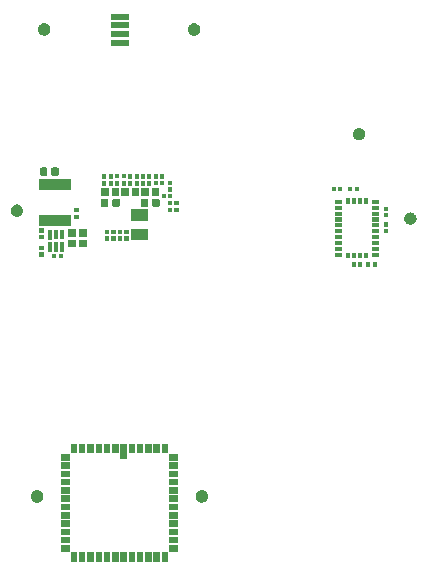
<source format=gbr>
G04 #@! TF.GenerationSoftware,KiCad,Pcbnew,(5.1.4)-1*
G04 #@! TF.CreationDate,2020-08-13T23:55:06-07:00*
G04 #@! TF.ProjectId,Kicad_LFOV_RigidFlex_Assembly,4b696361-645f-44c4-964f-565f52696769,rev?*
G04 #@! TF.SameCoordinates,Original*
G04 #@! TF.FileFunction,Soldermask,Bot*
G04 #@! TF.FilePolarity,Negative*
%FSLAX46Y46*%
G04 Gerber Fmt 4.6, Leading zero omitted, Abs format (unit mm)*
G04 Created by KiCad (PCBNEW (5.1.4)-1) date 2020-08-13 23:55:06*
%MOMM*%
%LPD*%
G04 APERTURE LIST*
%ADD10C,0.100000*%
G04 APERTURE END LIST*
D10*
G36*
X103556580Y-119369000D02*
G01*
X103005780Y-119369000D01*
X103005780Y-118578200D01*
X103556580Y-118578200D01*
X103556580Y-119369000D01*
X103556580Y-119369000D01*
G37*
G36*
X110556580Y-119369000D02*
G01*
X110005780Y-119369000D01*
X110005780Y-118578200D01*
X110556580Y-118578200D01*
X110556580Y-119369000D01*
X110556580Y-119369000D01*
G37*
G36*
X111256580Y-119369000D02*
G01*
X110705780Y-119369000D01*
X110705780Y-118578200D01*
X111256580Y-118578200D01*
X111256580Y-119369000D01*
X111256580Y-119369000D01*
G37*
G36*
X109856580Y-119369000D02*
G01*
X109305780Y-119369000D01*
X109305780Y-118578200D01*
X109856580Y-118578200D01*
X109856580Y-119369000D01*
X109856580Y-119369000D01*
G37*
G36*
X109156580Y-119369000D02*
G01*
X108605780Y-119369000D01*
X108605780Y-118578200D01*
X109156580Y-118578200D01*
X109156580Y-119369000D01*
X109156580Y-119369000D01*
G37*
G36*
X108456580Y-119369000D02*
G01*
X107905780Y-119369000D01*
X107905780Y-118578200D01*
X108456580Y-118578200D01*
X108456580Y-119369000D01*
X108456580Y-119369000D01*
G37*
G36*
X107756580Y-119369000D02*
G01*
X107205780Y-119369000D01*
X107205780Y-118578200D01*
X107756580Y-118578200D01*
X107756580Y-119369000D01*
X107756580Y-119369000D01*
G37*
G36*
X106356580Y-119369000D02*
G01*
X105805780Y-119369000D01*
X105805780Y-118578200D01*
X106356580Y-118578200D01*
X106356580Y-119369000D01*
X106356580Y-119369000D01*
G37*
G36*
X107056580Y-119369000D02*
G01*
X106505780Y-119369000D01*
X106505780Y-118578200D01*
X107056580Y-118578200D01*
X107056580Y-119369000D01*
X107056580Y-119369000D01*
G37*
G36*
X104256580Y-119369000D02*
G01*
X103705780Y-119369000D01*
X103705780Y-118578200D01*
X104256580Y-118578200D01*
X104256580Y-119369000D01*
X104256580Y-119369000D01*
G37*
G36*
X104956580Y-119369000D02*
G01*
X104405780Y-119369000D01*
X104405780Y-118578200D01*
X104956580Y-118578200D01*
X104956580Y-119369000D01*
X104956580Y-119369000D01*
G37*
G36*
X105656580Y-119369000D02*
G01*
X105105780Y-119369000D01*
X105105780Y-118578200D01*
X105656580Y-118578200D01*
X105656580Y-119369000D01*
X105656580Y-119369000D01*
G37*
G36*
X112111580Y-118514000D02*
G01*
X111320780Y-118514000D01*
X111320780Y-117963200D01*
X112111580Y-117963200D01*
X112111580Y-118514000D01*
X112111580Y-118514000D01*
G37*
G36*
X102941580Y-118514000D02*
G01*
X102150780Y-118514000D01*
X102150780Y-117963200D01*
X102941580Y-117963200D01*
X102941580Y-118514000D01*
X102941580Y-118514000D01*
G37*
G36*
X102941580Y-117814000D02*
G01*
X102150780Y-117814000D01*
X102150780Y-117263200D01*
X102941580Y-117263200D01*
X102941580Y-117814000D01*
X102941580Y-117814000D01*
G37*
G36*
X112111580Y-117814000D02*
G01*
X111320780Y-117814000D01*
X111320780Y-117263200D01*
X112111580Y-117263200D01*
X112111580Y-117814000D01*
X112111580Y-117814000D01*
G37*
G36*
X112111580Y-117114000D02*
G01*
X111320780Y-117114000D01*
X111320780Y-116563200D01*
X112111580Y-116563200D01*
X112111580Y-117114000D01*
X112111580Y-117114000D01*
G37*
G36*
X102941580Y-117114000D02*
G01*
X102150780Y-117114000D01*
X102150780Y-116563200D01*
X102941580Y-116563200D01*
X102941580Y-117114000D01*
X102941580Y-117114000D01*
G37*
G36*
X102941580Y-116414000D02*
G01*
X102150780Y-116414000D01*
X102150780Y-115863200D01*
X102941580Y-115863200D01*
X102941580Y-116414000D01*
X102941580Y-116414000D01*
G37*
G36*
X112111580Y-116414000D02*
G01*
X111320780Y-116414000D01*
X111320780Y-115863200D01*
X112111580Y-115863200D01*
X112111580Y-116414000D01*
X112111580Y-116414000D01*
G37*
G36*
X102941580Y-115714000D02*
G01*
X102150780Y-115714000D01*
X102150780Y-115163200D01*
X102941580Y-115163200D01*
X102941580Y-115714000D01*
X102941580Y-115714000D01*
G37*
G36*
X112111580Y-115714000D02*
G01*
X111320780Y-115714000D01*
X111320780Y-115163200D01*
X112111580Y-115163200D01*
X112111580Y-115714000D01*
X112111580Y-115714000D01*
G37*
G36*
X112111580Y-115014000D02*
G01*
X111320780Y-115014000D01*
X111320780Y-114463200D01*
X112111580Y-114463200D01*
X112111580Y-115014000D01*
X112111580Y-115014000D01*
G37*
G36*
X102941580Y-115014000D02*
G01*
X102150780Y-115014000D01*
X102150780Y-114463200D01*
X102941580Y-114463200D01*
X102941580Y-115014000D01*
X102941580Y-115014000D01*
G37*
G36*
X114253254Y-113328391D02*
G01*
X114348868Y-113367995D01*
X114383291Y-113390996D01*
X114434923Y-113425495D01*
X114508105Y-113498677D01*
X114542604Y-113550309D01*
X114565605Y-113584732D01*
X114605209Y-113680346D01*
X114625400Y-113781852D01*
X114625400Y-113885348D01*
X114605209Y-113986854D01*
X114565605Y-114082468D01*
X114542604Y-114116891D01*
X114508105Y-114168523D01*
X114434923Y-114241705D01*
X114383291Y-114276204D01*
X114348868Y-114299205D01*
X114253254Y-114338809D01*
X114151748Y-114359000D01*
X114048252Y-114359000D01*
X113946746Y-114338809D01*
X113851132Y-114299205D01*
X113816709Y-114276204D01*
X113765077Y-114241705D01*
X113691895Y-114168523D01*
X113657396Y-114116891D01*
X113634395Y-114082468D01*
X113594791Y-113986854D01*
X113574600Y-113885348D01*
X113574600Y-113781852D01*
X113594791Y-113680346D01*
X113634395Y-113584732D01*
X113657396Y-113550309D01*
X113691895Y-113498677D01*
X113765077Y-113425495D01*
X113816709Y-113390996D01*
X113851132Y-113367995D01*
X113946746Y-113328391D01*
X114048252Y-113308200D01*
X114151748Y-113308200D01*
X114253254Y-113328391D01*
X114253254Y-113328391D01*
G37*
G36*
X100306114Y-113328391D02*
G01*
X100401728Y-113367995D01*
X100436151Y-113390996D01*
X100487783Y-113425495D01*
X100560965Y-113498677D01*
X100595464Y-113550309D01*
X100618465Y-113584732D01*
X100658069Y-113680346D01*
X100678260Y-113781852D01*
X100678260Y-113885348D01*
X100658069Y-113986854D01*
X100618465Y-114082468D01*
X100595464Y-114116891D01*
X100560965Y-114168523D01*
X100487783Y-114241705D01*
X100436151Y-114276204D01*
X100401728Y-114299205D01*
X100306114Y-114338809D01*
X100204608Y-114359000D01*
X100101112Y-114359000D01*
X99999606Y-114338809D01*
X99903992Y-114299205D01*
X99869569Y-114276204D01*
X99817937Y-114241705D01*
X99744755Y-114168523D01*
X99710256Y-114116891D01*
X99687255Y-114082468D01*
X99647651Y-113986854D01*
X99627460Y-113885348D01*
X99627460Y-113781852D01*
X99647651Y-113680346D01*
X99687255Y-113584732D01*
X99710256Y-113550309D01*
X99744755Y-113498677D01*
X99817937Y-113425495D01*
X99869569Y-113390996D01*
X99903992Y-113367995D01*
X99999606Y-113328391D01*
X100101112Y-113308200D01*
X100204608Y-113308200D01*
X100306114Y-113328391D01*
X100306114Y-113328391D01*
G37*
G36*
X102941580Y-114314000D02*
G01*
X102150780Y-114314000D01*
X102150780Y-113763200D01*
X102941580Y-113763200D01*
X102941580Y-114314000D01*
X102941580Y-114314000D01*
G37*
G36*
X112111580Y-114314000D02*
G01*
X111320780Y-114314000D01*
X111320780Y-113763200D01*
X112111580Y-113763200D01*
X112111580Y-114314000D01*
X112111580Y-114314000D01*
G37*
G36*
X102941580Y-113614000D02*
G01*
X102150780Y-113614000D01*
X102150780Y-113063200D01*
X102941580Y-113063200D01*
X102941580Y-113614000D01*
X102941580Y-113614000D01*
G37*
G36*
X112111580Y-113614000D02*
G01*
X111320780Y-113614000D01*
X111320780Y-113063200D01*
X112111580Y-113063200D01*
X112111580Y-113614000D01*
X112111580Y-113614000D01*
G37*
G36*
X112111580Y-112914000D02*
G01*
X111320780Y-112914000D01*
X111320780Y-112363200D01*
X112111580Y-112363200D01*
X112111580Y-112914000D01*
X112111580Y-112914000D01*
G37*
G36*
X102941580Y-112914000D02*
G01*
X102150780Y-112914000D01*
X102150780Y-112363200D01*
X102941580Y-112363200D01*
X102941580Y-112914000D01*
X102941580Y-112914000D01*
G37*
G36*
X102941580Y-112214000D02*
G01*
X102150780Y-112214000D01*
X102150780Y-111663200D01*
X102941580Y-111663200D01*
X102941580Y-112214000D01*
X102941580Y-112214000D01*
G37*
G36*
X112111580Y-112214000D02*
G01*
X111320780Y-112214000D01*
X111320780Y-111663200D01*
X112111580Y-111663200D01*
X112111580Y-112214000D01*
X112111580Y-112214000D01*
G37*
G36*
X112111580Y-111514000D02*
G01*
X111320780Y-111514000D01*
X111320780Y-110963200D01*
X112111580Y-110963200D01*
X112111580Y-111514000D01*
X112111580Y-111514000D01*
G37*
G36*
X102941580Y-111514000D02*
G01*
X102150780Y-111514000D01*
X102150780Y-110963200D01*
X102941580Y-110963200D01*
X102941580Y-111514000D01*
X102941580Y-111514000D01*
G37*
G36*
X112111580Y-110814000D02*
G01*
X111320780Y-110814000D01*
X111320780Y-110263200D01*
X112111580Y-110263200D01*
X112111580Y-110814000D01*
X112111580Y-110814000D01*
G37*
G36*
X102941580Y-110814000D02*
G01*
X102150780Y-110814000D01*
X102150780Y-110263200D01*
X102941580Y-110263200D01*
X102941580Y-110814000D01*
X102941580Y-110814000D01*
G37*
G36*
X107756580Y-110707000D02*
G01*
X107205780Y-110707000D01*
X107205780Y-109408200D01*
X107756580Y-109408200D01*
X107756580Y-110707000D01*
X107756580Y-110707000D01*
G37*
G36*
X103556580Y-110199000D02*
G01*
X103005780Y-110199000D01*
X103005780Y-109408200D01*
X103556580Y-109408200D01*
X103556580Y-110199000D01*
X103556580Y-110199000D01*
G37*
G36*
X104256580Y-110199000D02*
G01*
X103705780Y-110199000D01*
X103705780Y-109408200D01*
X104256580Y-109408200D01*
X104256580Y-110199000D01*
X104256580Y-110199000D01*
G37*
G36*
X104956580Y-110199000D02*
G01*
X104405780Y-110199000D01*
X104405780Y-109408200D01*
X104956580Y-109408200D01*
X104956580Y-110199000D01*
X104956580Y-110199000D01*
G37*
G36*
X105656580Y-110199000D02*
G01*
X105105780Y-110199000D01*
X105105780Y-109408200D01*
X105656580Y-109408200D01*
X105656580Y-110199000D01*
X105656580Y-110199000D01*
G37*
G36*
X106356580Y-110199000D02*
G01*
X105805780Y-110199000D01*
X105805780Y-109408200D01*
X106356580Y-109408200D01*
X106356580Y-110199000D01*
X106356580Y-110199000D01*
G37*
G36*
X108456580Y-110199000D02*
G01*
X107905780Y-110199000D01*
X107905780Y-109408200D01*
X108456580Y-109408200D01*
X108456580Y-110199000D01*
X108456580Y-110199000D01*
G37*
G36*
X107056580Y-110199000D02*
G01*
X106505780Y-110199000D01*
X106505780Y-109408200D01*
X107056580Y-109408200D01*
X107056580Y-110199000D01*
X107056580Y-110199000D01*
G37*
G36*
X111256580Y-110199000D02*
G01*
X110705780Y-110199000D01*
X110705780Y-109408200D01*
X111256580Y-109408200D01*
X111256580Y-110199000D01*
X111256580Y-110199000D01*
G37*
G36*
X109156580Y-110199000D02*
G01*
X108605780Y-110199000D01*
X108605780Y-109408200D01*
X109156580Y-109408200D01*
X109156580Y-110199000D01*
X109156580Y-110199000D01*
G37*
G36*
X109856580Y-110199000D02*
G01*
X109305780Y-110199000D01*
X109305780Y-109408200D01*
X109856580Y-109408200D01*
X109856580Y-110199000D01*
X109856580Y-110199000D01*
G37*
G36*
X110556580Y-110199000D02*
G01*
X110005780Y-110199000D01*
X110005780Y-109408200D01*
X110556580Y-109408200D01*
X110556580Y-110199000D01*
X110556580Y-110199000D01*
G37*
G36*
X127699900Y-94382100D02*
G01*
X127339100Y-94382100D01*
X127339100Y-93991300D01*
X127699900Y-93991300D01*
X127699900Y-94382100D01*
X127699900Y-94382100D01*
G37*
G36*
X127149900Y-94382100D02*
G01*
X126789100Y-94382100D01*
X126789100Y-93991300D01*
X127149900Y-93991300D01*
X127149900Y-94382100D01*
X127149900Y-94382100D01*
G37*
G36*
X128924180Y-94379560D02*
G01*
X128563380Y-94379560D01*
X128563380Y-93988760D01*
X128924180Y-93988760D01*
X128924180Y-94379560D01*
X128924180Y-94379560D01*
G37*
G36*
X128374180Y-94379560D02*
G01*
X128013380Y-94379560D01*
X128013380Y-93988760D01*
X128374180Y-93988760D01*
X128374180Y-94379560D01*
X128374180Y-94379560D01*
G37*
G36*
X127173100Y-93697680D02*
G01*
X126822300Y-93697680D01*
X126822300Y-93221880D01*
X127173100Y-93221880D01*
X127173100Y-93697680D01*
X127173100Y-93697680D01*
G37*
G36*
X128173100Y-93697680D02*
G01*
X127822300Y-93697680D01*
X127822300Y-93221880D01*
X128173100Y-93221880D01*
X128173100Y-93697680D01*
X128173100Y-93697680D01*
G37*
G36*
X126673100Y-93697680D02*
G01*
X126322300Y-93697680D01*
X126322300Y-93221880D01*
X126673100Y-93221880D01*
X126673100Y-93697680D01*
X126673100Y-93697680D01*
G37*
G36*
X127673100Y-93697680D02*
G01*
X127322300Y-93697680D01*
X127322300Y-93221880D01*
X127673100Y-93221880D01*
X127673100Y-93697680D01*
X127673100Y-93697680D01*
G37*
G36*
X101793080Y-93696300D02*
G01*
X101432280Y-93696300D01*
X101432280Y-93305500D01*
X101793080Y-93305500D01*
X101793080Y-93696300D01*
X101793080Y-93696300D01*
G37*
G36*
X102343080Y-93696300D02*
G01*
X101982280Y-93696300D01*
X101982280Y-93305500D01*
X102343080Y-93305500D01*
X102343080Y-93696300D01*
X102343080Y-93696300D01*
G37*
G36*
X129098100Y-93572680D02*
G01*
X128522300Y-93572680D01*
X128522300Y-93221880D01*
X129098100Y-93221880D01*
X129098100Y-93572680D01*
X129098100Y-93572680D01*
G37*
G36*
X125973100Y-93572680D02*
G01*
X125397300Y-93572680D01*
X125397300Y-93221880D01*
X125973100Y-93221880D01*
X125973100Y-93572680D01*
X125973100Y-93572680D01*
G37*
G36*
X100736880Y-93549900D02*
G01*
X100346080Y-93549900D01*
X100346080Y-93189100D01*
X100736880Y-93189100D01*
X100736880Y-93549900D01*
X100736880Y-93549900D01*
G37*
G36*
X101395680Y-93130900D02*
G01*
X101074880Y-93130900D01*
X101074880Y-92340100D01*
X101395680Y-92340100D01*
X101395680Y-93130900D01*
X101395680Y-93130900D01*
G37*
G36*
X101895680Y-93130900D02*
G01*
X101574880Y-93130900D01*
X101574880Y-92340100D01*
X101895680Y-92340100D01*
X101895680Y-93130900D01*
X101895680Y-93130900D01*
G37*
G36*
X102395680Y-93130900D02*
G01*
X102074880Y-93130900D01*
X102074880Y-92340100D01*
X102395680Y-92340100D01*
X102395680Y-93130900D01*
X102395680Y-93130900D01*
G37*
G36*
X129098100Y-93072680D02*
G01*
X128522300Y-93072680D01*
X128522300Y-92721880D01*
X129098100Y-92721880D01*
X129098100Y-93072680D01*
X129098100Y-93072680D01*
G37*
G36*
X125973100Y-93072680D02*
G01*
X125397300Y-93072680D01*
X125397300Y-92721880D01*
X125973100Y-92721880D01*
X125973100Y-93072680D01*
X125973100Y-93072680D01*
G37*
G36*
X100736880Y-92999900D02*
G01*
X100346080Y-92999900D01*
X100346080Y-92639100D01*
X100736880Y-92639100D01*
X100736880Y-92999900D01*
X100736880Y-92999900D01*
G37*
G36*
X103472680Y-92737300D02*
G01*
X102791880Y-92737300D01*
X102791880Y-92106500D01*
X103472680Y-92106500D01*
X103472680Y-92737300D01*
X103472680Y-92737300D01*
G37*
G36*
X104361680Y-92737300D02*
G01*
X103680880Y-92737300D01*
X103680880Y-92106500D01*
X104361680Y-92106500D01*
X104361680Y-92737300D01*
X104361680Y-92737300D01*
G37*
G36*
X129098100Y-92572680D02*
G01*
X128522300Y-92572680D01*
X128522300Y-92221880D01*
X129098100Y-92221880D01*
X129098100Y-92572680D01*
X129098100Y-92572680D01*
G37*
G36*
X125973100Y-92572680D02*
G01*
X125397300Y-92572680D01*
X125397300Y-92221880D01*
X125973100Y-92221880D01*
X125973100Y-92572680D01*
X125973100Y-92572680D01*
G37*
G36*
X106813480Y-92197700D02*
G01*
X106452680Y-92197700D01*
X106452680Y-91806900D01*
X106813480Y-91806900D01*
X106813480Y-92197700D01*
X106813480Y-92197700D01*
G37*
G36*
X107905680Y-92197700D02*
G01*
X107544880Y-92197700D01*
X107544880Y-91806900D01*
X107905680Y-91806900D01*
X107905680Y-92197700D01*
X107905680Y-92197700D01*
G37*
G36*
X106263480Y-92197700D02*
G01*
X105902680Y-92197700D01*
X105902680Y-91806900D01*
X106263480Y-91806900D01*
X106263480Y-92197700D01*
X106263480Y-92197700D01*
G37*
G36*
X107355680Y-92197700D02*
G01*
X106994880Y-92197700D01*
X106994880Y-91806900D01*
X107355680Y-91806900D01*
X107355680Y-92197700D01*
X107355680Y-92197700D01*
G37*
G36*
X109507280Y-92162500D02*
G01*
X108136480Y-92162500D01*
X108136480Y-91181700D01*
X109507280Y-91181700D01*
X109507280Y-92162500D01*
X109507280Y-92162500D01*
G37*
G36*
X101395680Y-92150900D02*
G01*
X101074880Y-92150900D01*
X101074880Y-91280100D01*
X101395680Y-91280100D01*
X101395680Y-92150900D01*
X101395680Y-92150900D01*
G37*
G36*
X125973100Y-92072680D02*
G01*
X125397300Y-92072680D01*
X125397300Y-91721880D01*
X125973100Y-91721880D01*
X125973100Y-92072680D01*
X125973100Y-92072680D01*
G37*
G36*
X129098100Y-92072680D02*
G01*
X128522300Y-92072680D01*
X128522300Y-91721880D01*
X129098100Y-91721880D01*
X129098100Y-92072680D01*
X129098100Y-92072680D01*
G37*
G36*
X101895680Y-92070900D02*
G01*
X101574880Y-92070900D01*
X101574880Y-91280100D01*
X101895680Y-91280100D01*
X101895680Y-92070900D01*
X101895680Y-92070900D01*
G37*
G36*
X102395680Y-92070900D02*
G01*
X102074880Y-92070900D01*
X102074880Y-91280100D01*
X102395680Y-91280100D01*
X102395680Y-92070900D01*
X102395680Y-92070900D01*
G37*
G36*
X100736880Y-92051300D02*
G01*
X100346080Y-92051300D01*
X100346080Y-91690500D01*
X100736880Y-91690500D01*
X100736880Y-92051300D01*
X100736880Y-92051300D01*
G37*
G36*
X103472680Y-91847300D02*
G01*
X102791880Y-91847300D01*
X102791880Y-91216500D01*
X103472680Y-91216500D01*
X103472680Y-91847300D01*
X103472680Y-91847300D01*
G37*
G36*
X104361680Y-91847300D02*
G01*
X103680880Y-91847300D01*
X103680880Y-91216500D01*
X104361680Y-91216500D01*
X104361680Y-91847300D01*
X104361680Y-91847300D01*
G37*
G36*
X107355680Y-91638900D02*
G01*
X106994880Y-91638900D01*
X106994880Y-91248100D01*
X107355680Y-91248100D01*
X107355680Y-91638900D01*
X107355680Y-91638900D01*
G37*
G36*
X107905680Y-91638900D02*
G01*
X107544880Y-91638900D01*
X107544880Y-91248100D01*
X107905680Y-91248100D01*
X107905680Y-91638900D01*
X107905680Y-91638900D01*
G37*
G36*
X106259080Y-91638900D02*
G01*
X105898280Y-91638900D01*
X105898280Y-91248100D01*
X106259080Y-91248100D01*
X106259080Y-91638900D01*
X106259080Y-91638900D01*
G37*
G36*
X106809080Y-91638900D02*
G01*
X106448280Y-91638900D01*
X106448280Y-91248100D01*
X106809080Y-91248100D01*
X106809080Y-91638900D01*
X106809080Y-91638900D01*
G37*
G36*
X129098100Y-91572680D02*
G01*
X128522300Y-91572680D01*
X128522300Y-91221880D01*
X129098100Y-91221880D01*
X129098100Y-91572680D01*
X129098100Y-91572680D01*
G37*
G36*
X125973100Y-91572680D02*
G01*
X125397300Y-91572680D01*
X125397300Y-91221880D01*
X125973100Y-91221880D01*
X125973100Y-91572680D01*
X125973100Y-91572680D01*
G37*
G36*
X129901160Y-91561080D02*
G01*
X129510360Y-91561080D01*
X129510360Y-91200280D01*
X129901160Y-91200280D01*
X129901160Y-91561080D01*
X129901160Y-91561080D01*
G37*
G36*
X100736880Y-91501300D02*
G01*
X100346080Y-91501300D01*
X100346080Y-91140500D01*
X100736880Y-91140500D01*
X100736880Y-91501300D01*
X100736880Y-91501300D01*
G37*
G36*
X129098100Y-91072680D02*
G01*
X128522300Y-91072680D01*
X128522300Y-90721880D01*
X129098100Y-90721880D01*
X129098100Y-91072680D01*
X129098100Y-91072680D01*
G37*
G36*
X125973100Y-91072680D02*
G01*
X125397300Y-91072680D01*
X125397300Y-90721880D01*
X125973100Y-90721880D01*
X125973100Y-91072680D01*
X125973100Y-91072680D01*
G37*
G36*
X129901160Y-91011080D02*
G01*
X129510360Y-91011080D01*
X129510360Y-90650280D01*
X129901160Y-90650280D01*
X129901160Y-91011080D01*
X129901160Y-91011080D01*
G37*
G36*
X103019880Y-90965100D02*
G01*
X100349080Y-90965100D01*
X100349080Y-90044300D01*
X103019880Y-90044300D01*
X103019880Y-90965100D01*
X103019880Y-90965100D01*
G37*
G36*
X131913874Y-89810531D02*
G01*
X132009488Y-89850135D01*
X132030597Y-89864240D01*
X132095543Y-89907635D01*
X132168725Y-89980817D01*
X132203224Y-90032449D01*
X132226225Y-90066872D01*
X132265829Y-90162486D01*
X132286020Y-90263992D01*
X132286020Y-90367488D01*
X132265829Y-90468994D01*
X132226225Y-90564608D01*
X132220831Y-90572680D01*
X132168725Y-90650663D01*
X132095543Y-90723845D01*
X132043911Y-90758344D01*
X132009488Y-90781345D01*
X131913874Y-90820949D01*
X131812368Y-90841140D01*
X131708872Y-90841140D01*
X131607366Y-90820949D01*
X131511752Y-90781345D01*
X131477329Y-90758344D01*
X131425697Y-90723845D01*
X131352515Y-90650663D01*
X131300409Y-90572680D01*
X131295015Y-90564608D01*
X131255411Y-90468994D01*
X131235220Y-90367488D01*
X131235220Y-90263992D01*
X131255411Y-90162486D01*
X131295015Y-90066872D01*
X131318016Y-90032449D01*
X131352515Y-89980817D01*
X131425697Y-89907635D01*
X131490643Y-89864240D01*
X131511752Y-89850135D01*
X131607366Y-89810531D01*
X131708872Y-89790340D01*
X131812368Y-89790340D01*
X131913874Y-89810531D01*
X131913874Y-89810531D01*
G37*
G36*
X125973100Y-90572680D02*
G01*
X125397300Y-90572680D01*
X125397300Y-90221880D01*
X125973100Y-90221880D01*
X125973100Y-90572680D01*
X125973100Y-90572680D01*
G37*
G36*
X129098100Y-90572680D02*
G01*
X128522300Y-90572680D01*
X128522300Y-90221880D01*
X129098100Y-90221880D01*
X129098100Y-90572680D01*
X129098100Y-90572680D01*
G37*
G36*
X109507280Y-90522500D02*
G01*
X108136480Y-90522500D01*
X108136480Y-89541700D01*
X109507280Y-89541700D01*
X109507280Y-90522500D01*
X109507280Y-90522500D01*
G37*
G36*
X103665500Y-90349500D02*
G01*
X103274700Y-90349500D01*
X103274700Y-89988700D01*
X103665500Y-89988700D01*
X103665500Y-90349500D01*
X103665500Y-90349500D01*
G37*
G36*
X129899400Y-90225040D02*
G01*
X129508600Y-90225040D01*
X129508600Y-89864240D01*
X129899400Y-89864240D01*
X129899400Y-90225040D01*
X129899400Y-90225040D01*
G37*
G36*
X98609394Y-89129811D02*
G01*
X98705008Y-89169415D01*
X98732536Y-89187809D01*
X98791063Y-89226915D01*
X98864245Y-89300097D01*
X98880951Y-89325100D01*
X98921745Y-89386152D01*
X98961349Y-89481766D01*
X98981540Y-89583272D01*
X98981540Y-89686768D01*
X98961349Y-89788274D01*
X98921745Y-89883888D01*
X98898744Y-89918311D01*
X98864245Y-89969943D01*
X98791063Y-90043125D01*
X98746830Y-90072680D01*
X98705008Y-90100625D01*
X98609394Y-90140229D01*
X98507888Y-90160420D01*
X98404392Y-90160420D01*
X98302886Y-90140229D01*
X98207272Y-90100625D01*
X98165450Y-90072680D01*
X98121217Y-90043125D01*
X98048035Y-89969943D01*
X98013536Y-89918311D01*
X97990535Y-89883888D01*
X97950931Y-89788274D01*
X97930740Y-89686768D01*
X97930740Y-89583272D01*
X97950931Y-89481766D01*
X97990535Y-89386152D01*
X98031329Y-89325100D01*
X98048035Y-89300097D01*
X98121217Y-89226915D01*
X98179744Y-89187809D01*
X98207272Y-89169415D01*
X98302886Y-89129811D01*
X98404392Y-89109620D01*
X98507888Y-89109620D01*
X98609394Y-89129811D01*
X98609394Y-89129811D01*
G37*
G36*
X129098100Y-90072680D02*
G01*
X128522300Y-90072680D01*
X128522300Y-89721880D01*
X129098100Y-89721880D01*
X129098100Y-90072680D01*
X129098100Y-90072680D01*
G37*
G36*
X125973100Y-90072680D02*
G01*
X125397300Y-90072680D01*
X125397300Y-89721880D01*
X125973100Y-89721880D01*
X125973100Y-90072680D01*
X125973100Y-90072680D01*
G37*
G36*
X103665500Y-89799500D02*
G01*
X103274700Y-89799500D01*
X103274700Y-89438700D01*
X103665500Y-89438700D01*
X103665500Y-89799500D01*
X103665500Y-89799500D01*
G37*
G36*
X111597480Y-89784700D02*
G01*
X111236680Y-89784700D01*
X111236680Y-89393900D01*
X111597480Y-89393900D01*
X111597480Y-89784700D01*
X111597480Y-89784700D01*
G37*
G36*
X112147480Y-89784700D02*
G01*
X111786680Y-89784700D01*
X111786680Y-89393900D01*
X112147480Y-89393900D01*
X112147480Y-89784700D01*
X112147480Y-89784700D01*
G37*
G36*
X129899400Y-89675040D02*
G01*
X129508600Y-89675040D01*
X129508600Y-89314240D01*
X129899400Y-89314240D01*
X129899400Y-89675040D01*
X129899400Y-89675040D01*
G37*
G36*
X129098100Y-89572680D02*
G01*
X128522300Y-89572680D01*
X128522300Y-89221880D01*
X129098100Y-89221880D01*
X129098100Y-89572680D01*
X129098100Y-89572680D01*
G37*
G36*
X125973100Y-89572680D02*
G01*
X125397300Y-89572680D01*
X125397300Y-89221880D01*
X125973100Y-89221880D01*
X125973100Y-89572680D01*
X125973100Y-89572680D01*
G37*
G36*
X106084930Y-88637131D02*
G01*
X106110168Y-88644787D01*
X106133435Y-88657223D01*
X106153824Y-88673956D01*
X106170557Y-88694345D01*
X106182993Y-88717612D01*
X106190649Y-88742850D01*
X106193480Y-88771591D01*
X106193480Y-89187809D01*
X106190649Y-89216550D01*
X106182993Y-89241788D01*
X106170557Y-89265055D01*
X106153824Y-89285444D01*
X106133435Y-89302177D01*
X106110168Y-89314613D01*
X106084930Y-89322269D01*
X106056189Y-89325100D01*
X105689971Y-89325100D01*
X105661230Y-89322269D01*
X105635992Y-89314613D01*
X105612725Y-89302177D01*
X105592336Y-89285444D01*
X105575603Y-89265055D01*
X105563167Y-89241788D01*
X105555511Y-89216550D01*
X105552680Y-89187809D01*
X105552680Y-88771591D01*
X105555511Y-88742850D01*
X105563167Y-88717612D01*
X105575603Y-88694345D01*
X105592336Y-88673956D01*
X105612725Y-88657223D01*
X105635992Y-88644787D01*
X105661230Y-88637131D01*
X105689971Y-88634300D01*
X106056189Y-88634300D01*
X106084930Y-88637131D01*
X106084930Y-88637131D01*
G37*
G36*
X107054930Y-88637131D02*
G01*
X107080168Y-88644787D01*
X107103435Y-88657223D01*
X107123824Y-88673956D01*
X107140557Y-88694345D01*
X107152993Y-88717612D01*
X107160649Y-88742850D01*
X107163480Y-88771591D01*
X107163480Y-89187809D01*
X107160649Y-89216550D01*
X107152993Y-89241788D01*
X107140557Y-89265055D01*
X107123824Y-89285444D01*
X107103435Y-89302177D01*
X107080168Y-89314613D01*
X107054930Y-89322269D01*
X107026189Y-89325100D01*
X106659971Y-89325100D01*
X106631230Y-89322269D01*
X106605992Y-89314613D01*
X106582725Y-89302177D01*
X106562336Y-89285444D01*
X106545603Y-89265055D01*
X106533167Y-89241788D01*
X106525511Y-89216550D01*
X106522680Y-89187809D01*
X106522680Y-88771591D01*
X106525511Y-88742850D01*
X106533167Y-88717612D01*
X106545603Y-88694345D01*
X106562336Y-88673956D01*
X106582725Y-88657223D01*
X106605992Y-88644787D01*
X106631230Y-88637131D01*
X106659971Y-88634300D01*
X107026189Y-88634300D01*
X107054930Y-88637131D01*
X107054930Y-88637131D01*
G37*
G36*
X109463130Y-88637131D02*
G01*
X109488368Y-88644787D01*
X109511635Y-88657223D01*
X109532024Y-88673956D01*
X109548757Y-88694345D01*
X109561193Y-88717612D01*
X109568849Y-88742850D01*
X109571680Y-88771591D01*
X109571680Y-89187809D01*
X109568849Y-89216550D01*
X109561193Y-89241788D01*
X109548757Y-89265055D01*
X109532024Y-89285444D01*
X109511635Y-89302177D01*
X109488368Y-89314613D01*
X109463130Y-89322269D01*
X109434389Y-89325100D01*
X109068171Y-89325100D01*
X109039430Y-89322269D01*
X109014192Y-89314613D01*
X108990925Y-89302177D01*
X108970536Y-89285444D01*
X108953803Y-89265055D01*
X108941367Y-89241788D01*
X108933711Y-89216550D01*
X108930880Y-89187809D01*
X108930880Y-88771591D01*
X108933711Y-88742850D01*
X108941367Y-88717612D01*
X108953803Y-88694345D01*
X108970536Y-88673956D01*
X108990925Y-88657223D01*
X109014192Y-88644787D01*
X109039430Y-88637131D01*
X109068171Y-88634300D01*
X109434389Y-88634300D01*
X109463130Y-88637131D01*
X109463130Y-88637131D01*
G37*
G36*
X110433130Y-88637131D02*
G01*
X110458368Y-88644787D01*
X110481635Y-88657223D01*
X110502024Y-88673956D01*
X110518757Y-88694345D01*
X110531193Y-88717612D01*
X110538849Y-88742850D01*
X110541680Y-88771591D01*
X110541680Y-89187809D01*
X110538849Y-89216550D01*
X110531193Y-89241788D01*
X110518757Y-89265055D01*
X110502024Y-89285444D01*
X110481635Y-89302177D01*
X110458368Y-89314613D01*
X110433130Y-89322269D01*
X110404389Y-89325100D01*
X110038171Y-89325100D01*
X110009430Y-89322269D01*
X109984192Y-89314613D01*
X109960925Y-89302177D01*
X109940536Y-89285444D01*
X109923803Y-89265055D01*
X109911367Y-89241788D01*
X109903711Y-89216550D01*
X109900880Y-89187809D01*
X109900880Y-88771591D01*
X109903711Y-88742850D01*
X109911367Y-88717612D01*
X109923803Y-88694345D01*
X109940536Y-88673956D01*
X109960925Y-88657223D01*
X109984192Y-88644787D01*
X110009430Y-88637131D01*
X110038171Y-88634300D01*
X110404389Y-88634300D01*
X110433130Y-88637131D01*
X110433130Y-88637131D01*
G37*
G36*
X111597480Y-89200500D02*
G01*
X111236680Y-89200500D01*
X111236680Y-88809700D01*
X111597480Y-88809700D01*
X111597480Y-89200500D01*
X111597480Y-89200500D01*
G37*
G36*
X112147480Y-89200500D02*
G01*
X111786680Y-89200500D01*
X111786680Y-88809700D01*
X112147480Y-88809700D01*
X112147480Y-89200500D01*
X112147480Y-89200500D01*
G37*
G36*
X127673100Y-89072680D02*
G01*
X127322300Y-89072680D01*
X127322300Y-88596880D01*
X127673100Y-88596880D01*
X127673100Y-89072680D01*
X127673100Y-89072680D01*
G37*
G36*
X128173100Y-89072680D02*
G01*
X127822300Y-89072680D01*
X127822300Y-88596880D01*
X128173100Y-88596880D01*
X128173100Y-89072680D01*
X128173100Y-89072680D01*
G37*
G36*
X129098100Y-89072680D02*
G01*
X128522300Y-89072680D01*
X128522300Y-88721880D01*
X129098100Y-88721880D01*
X129098100Y-89072680D01*
X129098100Y-89072680D01*
G37*
G36*
X127173100Y-89072680D02*
G01*
X126822300Y-89072680D01*
X126822300Y-88596880D01*
X127173100Y-88596880D01*
X127173100Y-89072680D01*
X127173100Y-89072680D01*
G37*
G36*
X126673100Y-89072680D02*
G01*
X126322300Y-89072680D01*
X126322300Y-88596880D01*
X126673100Y-88596880D01*
X126673100Y-89072680D01*
X126673100Y-89072680D01*
G37*
G36*
X125973100Y-89072680D02*
G01*
X125397300Y-89072680D01*
X125397300Y-88721880D01*
X125973100Y-88721880D01*
X125973100Y-89072680D01*
X125973100Y-89072680D01*
G37*
G36*
X111064080Y-88616300D02*
G01*
X110703280Y-88616300D01*
X110703280Y-88225500D01*
X111064080Y-88225500D01*
X111064080Y-88616300D01*
X111064080Y-88616300D01*
G37*
G36*
X111614080Y-88616300D02*
G01*
X111253280Y-88616300D01*
X111253280Y-88225500D01*
X111614080Y-88225500D01*
X111614080Y-88616300D01*
X111614080Y-88616300D01*
G37*
G36*
X107930280Y-88431100D02*
G01*
X107299480Y-88431100D01*
X107299480Y-87750300D01*
X107930280Y-87750300D01*
X107930280Y-88431100D01*
X107930280Y-88431100D01*
G37*
G36*
X107118480Y-88431100D02*
G01*
X106487680Y-88431100D01*
X106487680Y-87750300D01*
X107118480Y-87750300D01*
X107118480Y-88431100D01*
X107118480Y-88431100D01*
G37*
G36*
X108820280Y-88431100D02*
G01*
X108189480Y-88431100D01*
X108189480Y-87750300D01*
X108820280Y-87750300D01*
X108820280Y-88431100D01*
X108820280Y-88431100D01*
G37*
G36*
X106228480Y-88431100D02*
G01*
X105597680Y-88431100D01*
X105597680Y-87750300D01*
X106228480Y-87750300D01*
X106228480Y-88431100D01*
X106228480Y-88431100D01*
G37*
G36*
X110496680Y-88405700D02*
G01*
X109865880Y-88405700D01*
X109865880Y-87724900D01*
X110496680Y-87724900D01*
X110496680Y-88405700D01*
X110496680Y-88405700D01*
G37*
G36*
X109606680Y-88405700D02*
G01*
X108975880Y-88405700D01*
X108975880Y-87724900D01*
X109606680Y-87724900D01*
X109606680Y-88405700D01*
X109606680Y-88405700D01*
G37*
G36*
X111623320Y-88043180D02*
G01*
X111232520Y-88043180D01*
X111232520Y-87682380D01*
X111623320Y-87682380D01*
X111623320Y-88043180D01*
X111623320Y-88043180D01*
G37*
G36*
X125462140Y-88020360D02*
G01*
X125101340Y-88020360D01*
X125101340Y-87629560D01*
X125462140Y-87629560D01*
X125462140Y-88020360D01*
X125462140Y-88020360D01*
G37*
G36*
X126012140Y-88020360D02*
G01*
X125651340Y-88020360D01*
X125651340Y-87629560D01*
X126012140Y-87629560D01*
X126012140Y-88020360D01*
X126012140Y-88020360D01*
G37*
G36*
X127403380Y-88015280D02*
G01*
X127042580Y-88015280D01*
X127042580Y-87624480D01*
X127403380Y-87624480D01*
X127403380Y-88015280D01*
X127403380Y-88015280D01*
G37*
G36*
X126853380Y-88015280D02*
G01*
X126492580Y-88015280D01*
X126492580Y-87624480D01*
X126853380Y-87624480D01*
X126853380Y-88015280D01*
X126853380Y-88015280D01*
G37*
G36*
X103019880Y-87915100D02*
G01*
X100349080Y-87915100D01*
X100349080Y-86994300D01*
X103019880Y-86994300D01*
X103019880Y-87915100D01*
X103019880Y-87915100D01*
G37*
G36*
X106034880Y-87524100D02*
G01*
X105674080Y-87524100D01*
X105674080Y-87133300D01*
X106034880Y-87133300D01*
X106034880Y-87524100D01*
X106034880Y-87524100D01*
G37*
G36*
X108219280Y-87524100D02*
G01*
X107858480Y-87524100D01*
X107858480Y-87133300D01*
X108219280Y-87133300D01*
X108219280Y-87524100D01*
X108219280Y-87524100D01*
G37*
G36*
X108769280Y-87524100D02*
G01*
X108408480Y-87524100D01*
X108408480Y-87133300D01*
X108769280Y-87133300D01*
X108769280Y-87524100D01*
X108769280Y-87524100D01*
G37*
G36*
X109286080Y-87524100D02*
G01*
X108925280Y-87524100D01*
X108925280Y-87133300D01*
X109286080Y-87133300D01*
X109286080Y-87524100D01*
X109286080Y-87524100D01*
G37*
G36*
X107127080Y-87524100D02*
G01*
X106766280Y-87524100D01*
X106766280Y-87133300D01*
X107127080Y-87133300D01*
X107127080Y-87524100D01*
X107127080Y-87524100D01*
G37*
G36*
X107677080Y-87524100D02*
G01*
X107316280Y-87524100D01*
X107316280Y-87133300D01*
X107677080Y-87133300D01*
X107677080Y-87524100D01*
X107677080Y-87524100D01*
G37*
G36*
X109836080Y-87524100D02*
G01*
X109475280Y-87524100D01*
X109475280Y-87133300D01*
X109836080Y-87133300D01*
X109836080Y-87524100D01*
X109836080Y-87524100D01*
G37*
G36*
X106584880Y-87524100D02*
G01*
X106224080Y-87524100D01*
X106224080Y-87133300D01*
X106584880Y-87133300D01*
X106584880Y-87524100D01*
X106584880Y-87524100D01*
G37*
G36*
X110928280Y-87498700D02*
G01*
X110567480Y-87498700D01*
X110567480Y-87107900D01*
X110928280Y-87107900D01*
X110928280Y-87498700D01*
X110928280Y-87498700D01*
G37*
G36*
X110378280Y-87498700D02*
G01*
X110017480Y-87498700D01*
X110017480Y-87107900D01*
X110378280Y-87107900D01*
X110378280Y-87498700D01*
X110378280Y-87498700D01*
G37*
G36*
X111623320Y-87493180D02*
G01*
X111232520Y-87493180D01*
X111232520Y-87132380D01*
X111623320Y-87132380D01*
X111623320Y-87493180D01*
X111623320Y-87493180D01*
G37*
G36*
X109836080Y-86965300D02*
G01*
X109475280Y-86965300D01*
X109475280Y-86574500D01*
X109836080Y-86574500D01*
X109836080Y-86965300D01*
X109836080Y-86965300D01*
G37*
G36*
X109286080Y-86965300D02*
G01*
X108925280Y-86965300D01*
X108925280Y-86574500D01*
X109286080Y-86574500D01*
X109286080Y-86965300D01*
X109286080Y-86965300D01*
G37*
G36*
X106034880Y-86939900D02*
G01*
X105674080Y-86939900D01*
X105674080Y-86549100D01*
X106034880Y-86549100D01*
X106034880Y-86939900D01*
X106034880Y-86939900D01*
G37*
G36*
X108219280Y-86939900D02*
G01*
X107858480Y-86939900D01*
X107858480Y-86549100D01*
X108219280Y-86549100D01*
X108219280Y-86939900D01*
X108219280Y-86939900D01*
G37*
G36*
X106584880Y-86939900D02*
G01*
X106224080Y-86939900D01*
X106224080Y-86549100D01*
X106584880Y-86549100D01*
X106584880Y-86939900D01*
X106584880Y-86939900D01*
G37*
G36*
X108769280Y-86939900D02*
G01*
X108408480Y-86939900D01*
X108408480Y-86549100D01*
X108769280Y-86549100D01*
X108769280Y-86939900D01*
X108769280Y-86939900D01*
G37*
G36*
X110380820Y-86937360D02*
G01*
X110020020Y-86937360D01*
X110020020Y-86546560D01*
X110380820Y-86546560D01*
X110380820Y-86937360D01*
X110380820Y-86937360D01*
G37*
G36*
X110930820Y-86937360D02*
G01*
X110570020Y-86937360D01*
X110570020Y-86546560D01*
X110930820Y-86546560D01*
X110930820Y-86937360D01*
X110930820Y-86937360D01*
G37*
G36*
X107677080Y-86914500D02*
G01*
X107316280Y-86914500D01*
X107316280Y-86523700D01*
X107677080Y-86523700D01*
X107677080Y-86914500D01*
X107677080Y-86914500D01*
G37*
G36*
X107127080Y-86914500D02*
G01*
X106766280Y-86914500D01*
X106766280Y-86523700D01*
X107127080Y-86523700D01*
X107127080Y-86914500D01*
X107127080Y-86914500D01*
G37*
G36*
X101898730Y-85995531D02*
G01*
X101923968Y-86003187D01*
X101947235Y-86015623D01*
X101967624Y-86032356D01*
X101984357Y-86052745D01*
X101996793Y-86076012D01*
X102004449Y-86101250D01*
X102007280Y-86129991D01*
X102007280Y-86546209D01*
X102004449Y-86574950D01*
X101996793Y-86600188D01*
X101984357Y-86623455D01*
X101967624Y-86643844D01*
X101947235Y-86660577D01*
X101923968Y-86673013D01*
X101898730Y-86680669D01*
X101869989Y-86683500D01*
X101503771Y-86683500D01*
X101475030Y-86680669D01*
X101449792Y-86673013D01*
X101426525Y-86660577D01*
X101406136Y-86643844D01*
X101389403Y-86623455D01*
X101376967Y-86600188D01*
X101369311Y-86574950D01*
X101366480Y-86546209D01*
X101366480Y-86129991D01*
X101369311Y-86101250D01*
X101376967Y-86076012D01*
X101389403Y-86052745D01*
X101406136Y-86032356D01*
X101426525Y-86015623D01*
X101449792Y-86003187D01*
X101475030Y-85995531D01*
X101503771Y-85992700D01*
X101869989Y-85992700D01*
X101898730Y-85995531D01*
X101898730Y-85995531D01*
G37*
G36*
X100928730Y-85995531D02*
G01*
X100953968Y-86003187D01*
X100977235Y-86015623D01*
X100997624Y-86032356D01*
X101014357Y-86052745D01*
X101026793Y-86076012D01*
X101034449Y-86101250D01*
X101037280Y-86129991D01*
X101037280Y-86546209D01*
X101034449Y-86574950D01*
X101026793Y-86600188D01*
X101014357Y-86623455D01*
X100997624Y-86643844D01*
X100977235Y-86660577D01*
X100953968Y-86673013D01*
X100928730Y-86680669D01*
X100899989Y-86683500D01*
X100533771Y-86683500D01*
X100505030Y-86680669D01*
X100479792Y-86673013D01*
X100456525Y-86660577D01*
X100436136Y-86643844D01*
X100419403Y-86623455D01*
X100406967Y-86600188D01*
X100399311Y-86574950D01*
X100396480Y-86546209D01*
X100396480Y-86129991D01*
X100399311Y-86101250D01*
X100406967Y-86076012D01*
X100419403Y-86052745D01*
X100436136Y-86032356D01*
X100456525Y-86015623D01*
X100479792Y-86003187D01*
X100505030Y-85995531D01*
X100533771Y-85992700D01*
X100899989Y-85992700D01*
X100928730Y-85995531D01*
X100928730Y-85995531D01*
G37*
G36*
X127578094Y-82655351D02*
G01*
X127673708Y-82694955D01*
X127708131Y-82717956D01*
X127759763Y-82752455D01*
X127832945Y-82825637D01*
X127867444Y-82877269D01*
X127890445Y-82911692D01*
X127930049Y-83007306D01*
X127950240Y-83108812D01*
X127950240Y-83212308D01*
X127930049Y-83313814D01*
X127890445Y-83409428D01*
X127867444Y-83443851D01*
X127832945Y-83495483D01*
X127759763Y-83568665D01*
X127708131Y-83603164D01*
X127673708Y-83626165D01*
X127578094Y-83665769D01*
X127476588Y-83685960D01*
X127373092Y-83685960D01*
X127271586Y-83665769D01*
X127175972Y-83626165D01*
X127141549Y-83603164D01*
X127089917Y-83568665D01*
X127016735Y-83495483D01*
X126982236Y-83443851D01*
X126959235Y-83409428D01*
X126919631Y-83313814D01*
X126899440Y-83212308D01*
X126899440Y-83108812D01*
X126919631Y-83007306D01*
X126959235Y-82911692D01*
X126982236Y-82877269D01*
X127016735Y-82825637D01*
X127089917Y-82752455D01*
X127141549Y-82717956D01*
X127175972Y-82694955D01*
X127271586Y-82655351D01*
X127373092Y-82635160D01*
X127476588Y-82635160D01*
X127578094Y-82655351D01*
X127578094Y-82655351D01*
G37*
G36*
X107962180Y-75671500D02*
G01*
X106411380Y-75671500D01*
X106411380Y-75170700D01*
X107962180Y-75170700D01*
X107962180Y-75671500D01*
X107962180Y-75671500D01*
G37*
G36*
X107962180Y-74971500D02*
G01*
X106411380Y-74971500D01*
X106411380Y-74470700D01*
X107962180Y-74470700D01*
X107962180Y-74971500D01*
X107962180Y-74971500D01*
G37*
G36*
X113597934Y-73790751D02*
G01*
X113693548Y-73830355D01*
X113727971Y-73853356D01*
X113779603Y-73887855D01*
X113852785Y-73961037D01*
X113887284Y-74012669D01*
X113910285Y-74047092D01*
X113949889Y-74142706D01*
X113970080Y-74244212D01*
X113970080Y-74347708D01*
X113949889Y-74449214D01*
X113910285Y-74544828D01*
X113887284Y-74579251D01*
X113852785Y-74630883D01*
X113779603Y-74704065D01*
X113727971Y-74738564D01*
X113693548Y-74761565D01*
X113597934Y-74801169D01*
X113496428Y-74821360D01*
X113392932Y-74821360D01*
X113291426Y-74801169D01*
X113195812Y-74761565D01*
X113161389Y-74738564D01*
X113109757Y-74704065D01*
X113036575Y-74630883D01*
X113002076Y-74579251D01*
X112979075Y-74544828D01*
X112939471Y-74449214D01*
X112919280Y-74347708D01*
X112919280Y-74244212D01*
X112939471Y-74142706D01*
X112979075Y-74047092D01*
X113002076Y-74012669D01*
X113036575Y-73961037D01*
X113109757Y-73887855D01*
X113161389Y-73853356D01*
X113195812Y-73830355D01*
X113291426Y-73790751D01*
X113392932Y-73770560D01*
X113496428Y-73770560D01*
X113597934Y-73790751D01*
X113597934Y-73790751D01*
G37*
G36*
X100913174Y-73790751D02*
G01*
X101008788Y-73830355D01*
X101043211Y-73853356D01*
X101094843Y-73887855D01*
X101168025Y-73961037D01*
X101202524Y-74012669D01*
X101225525Y-74047092D01*
X101265129Y-74142706D01*
X101285320Y-74244212D01*
X101285320Y-74347708D01*
X101265129Y-74449214D01*
X101225525Y-74544828D01*
X101202524Y-74579251D01*
X101168025Y-74630883D01*
X101094843Y-74704065D01*
X101043211Y-74738564D01*
X101008788Y-74761565D01*
X100913174Y-74801169D01*
X100811668Y-74821360D01*
X100708172Y-74821360D01*
X100606666Y-74801169D01*
X100511052Y-74761565D01*
X100476629Y-74738564D01*
X100424997Y-74704065D01*
X100351815Y-74630883D01*
X100317316Y-74579251D01*
X100294315Y-74544828D01*
X100254711Y-74449214D01*
X100234520Y-74347708D01*
X100234520Y-74244212D01*
X100254711Y-74142706D01*
X100294315Y-74047092D01*
X100317316Y-74012669D01*
X100351815Y-73961037D01*
X100424997Y-73887855D01*
X100476629Y-73853356D01*
X100511052Y-73830355D01*
X100606666Y-73790751D01*
X100708172Y-73770560D01*
X100811668Y-73770560D01*
X100913174Y-73790751D01*
X100913174Y-73790751D01*
G37*
G36*
X107962180Y-74194260D02*
G01*
X106411380Y-74194260D01*
X106411380Y-73693460D01*
X107962180Y-73693460D01*
X107962180Y-74194260D01*
X107962180Y-74194260D01*
G37*
G36*
X107962180Y-73494260D02*
G01*
X106411380Y-73494260D01*
X106411380Y-72993460D01*
X107962180Y-72993460D01*
X107962180Y-73494260D01*
X107962180Y-73494260D01*
G37*
M02*

</source>
